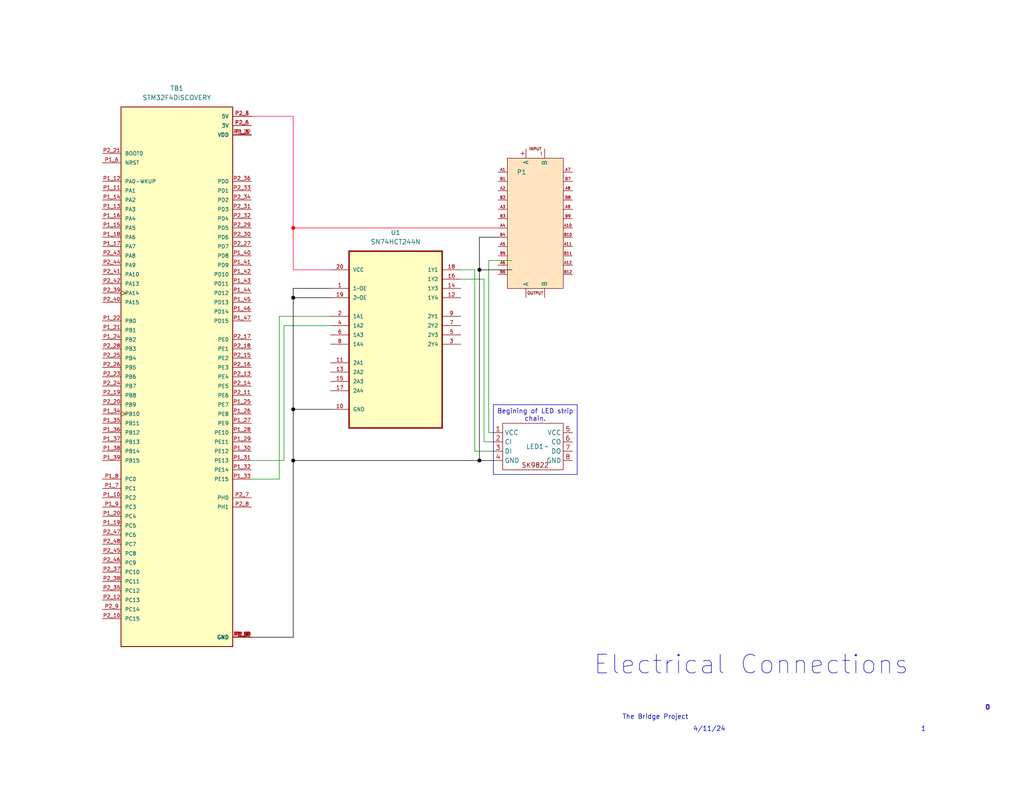
<source format=kicad_sch>
(kicad_sch (version 20231120) (generator "eeschema") (generator_version "8.0")
  (paper "USLetter")
  (lib_symbols
    (symbol "Connector_Generic:2x12_Power_Distro"
      (property "Reference" "P1" (at -5.08 20.32 0))
      (symbol "2x12_Power_Distro_1_1"
        (rectangle (start -7.62 24.13) (end 7.62 -11.43) (fill (type color) (color 255 229 191 1)))
        (text "INPUT" (at 0 26.67 0) (effects (font (size 0.762 0.762))))
        (text "OUTPUT" (at 0 -12.7 0) (effects (font (size 0.762 0.762))))
        (pin output line (at -2.54 -13.97 90) (length 2.54) (name "A") (number ""))
        (pin output line (at 2.54 -13.97 90) (length 2.54) (name "B") (number ""))
        (pin input line (at -2.54 26.67 270) (length 2.54) (name "A") (number "+"))
        (pin input line (at 2.54 26.67 270) (length 2.54) (name "B") (number "-"))
        (pin input line (at -10.16 20.32 0) (length 2.54) (name "") (number "A1"))
        (pin input line (at 10.16 5.08 180) (length 2.54) (name "") (number "A10"))
        (pin input line (at 10.16 0 180) (length 2.54) (name "") (number "A11"))
        (pin input line (at 10.16 -5.08 180) (length 2.54) (name "") (number "A12"))
        (pin input line (at -10.16 15.24 0) (length 2.54) (name "") (number "A2"))
        (pin input line (at -10.16 10.16 0) (length 2.54) (name "") (number "A3"))
        (pin input line (at -10.16 5.08 0) (length 2.54) (name "") (number "A4"))
        (pin input line (at -10.16 0 0) (length 2.54) (name "") (number "A5"))
        (pin input line (at -10.16 -5.08 0) (length 2.54) (name "") (number "A6"))
        (pin input line (at 10.16 20.32 180) (length 2.54) (name "") (number "A7"))
        (pin input line (at 10.16 15.24 180) (length 2.54) (name "") (number "A8"))
        (pin input line (at 10.16 10.16 180) (length 2.54) (name "") (number "A9"))
        (pin input line (at -10.16 17.78 0) (length 2.54) (name "") (number "B1"))
        (pin input line (at 10.16 2.54 180) (length 2.54) (name "") (number "B10"))
        (pin input line (at 10.16 -2.54 180) (length 2.54) (name "") (number "B11"))
        (pin input line (at 10.16 -7.62 180) (length 2.54) (name "") (number "B12"))
        (pin input line (at -10.16 12.7 0) (length 2.54) (name "") (number "B2"))
        (pin input line (at -10.16 7.62 0) (length 2.54) (name "") (number "B3"))
        (pin input line (at -10.16 2.54 0) (length 2.54) (name "") (number "B4"))
        (pin input line (at -10.16 -2.54 0) (length 2.54) (name "") (number "B5"))
        (pin input line (at -10.16 -7.62 0) (length 2.54) (name "") (number "B6"))
        (pin input line (at 10.16 17.78 180) (length 2.54) (name "") (number "B7"))
        (pin input line (at 10.16 12.7 180) (length 2.54) (name "") (number "B8"))
        (pin input line (at 10.16 7.62 180) (length 2.54) (name "") (number "B9"))
      )
    )
    (symbol "Device:SK9822_LED_Strip"
      (property "Reference" "LED1" (at 8.89 1.27 0))
      (property "Value" "~" (at 13.97 1.27 0))
      (symbol "SK9822_LED_Strip_0_1"
        (rectangle (start 2.54 7.62) (end 19.05 -5.08))
      )
      (symbol "SK9822_LED_Strip_1_1"
        (text "SK9822\n" (at 11.43 -3.81 0) (effects (font (size 1.27 1.27))))
        (pin input line (at 0 5.08 0) (length 2.54) (name "VCC") (number "1"))
        (pin input line (at 0 2.54 0) (length 2.54) (name "CI") (number "2"))
        (pin input line (at 0 0 0) (length 2.54) (name "DI") (number "3"))
        (pin input line (at 0 -2.54 0) (length 2.54) (name "GND") (number "4"))
        (pin output line (at 21.59 5.08 180) (length 2.54) (name "VCC") (number "5"))
        (pin output line (at 21.59 2.54 180) (length 2.54) (name "CO") (number "6"))
        (pin output line (at 21.59 0 180) (length 2.54) (name "DO") (number "7"))
        (pin output line (at 21.59 -2.54 180) (length 2.54) (name "GND") (number "8"))
      )
    )
    (symbol "SN74HCT244N:SN74HCT244N" (pin_names (offset 1.016))
      (property "Reference" "U" (at -5.207 22.479 0))
      (property "Value" "SN74HCT244N" (at -6.1468 -31.0134 0))
      (symbol "SN74HCT244N_0_0"
        (rectangle (start -12.7 -27.94) (end 12.7 20.32) (stroke (width 0.4064)) (fill (type background)))
        (pin input line (at -17.78 10.16 0) (length 5.08) (name "1~OE") (number "1"))
        (pin passive line (at -17.78 -22.86 0) (length 5.08) (name "GND") (number "10"))
        (pin input line (at -17.78 -10.16 0) (length 5.08) (name "2A1") (number "11"))
        (pin output line (at 17.78 7.62 180) (length 5.08) (name "1Y4") (number "12"))
        (pin input line (at -17.78 -12.7 0) (length 5.08) (name "2A2") (number "13"))
        (pin output line (at 17.78 10.16 180) (length 5.08) (name "1Y3") (number "14"))
        (pin input line (at -17.78 -15.24 0) (length 5.08) (name "2A3") (number "15"))
        (pin output line (at 17.78 12.7 180) (length 5.08) (name "1Y2") (number "16"))
        (pin input line (at -17.78 -17.78 0) (length 5.08) (name "2A4") (number "17"))
        (pin output line (at 17.78 15.24 180) (length 5.08) (name "1Y1") (number "18"))
        (pin input line (at -17.78 7.62 0) (length 5.08) (name "2~OE") (number "19"))
        (pin input line (at -17.78 2.54 0) (length 5.08) (name "1A1") (number "2"))
        (pin power_in line (at -17.78 15.24 0) (length 5.08) (name "VCC") (number "20"))
        (pin output line (at 17.78 -5.08 180) (length 5.08) (name "2Y4") (number "3"))
        (pin input line (at -17.78 0 0) (length 5.08) (name "1A2") (number "4"))
        (pin output line (at 17.78 -2.54 180) (length 5.08) (name "2Y3") (number "5"))
        (pin input line (at -17.78 -2.54 0) (length 5.08) (name "1A3") (number "6"))
        (pin output line (at 17.78 0 180) (length 5.08) (name "2Y2") (number "7"))
        (pin input line (at -17.78 -5.08 0) (length 5.08) (name "1A4") (number "8"))
        (pin output line (at 17.78 2.54 180) (length 5.08) (name "2Y1") (number "9"))
      )
    )
    (symbol "STM32F4DISCOVERY:STM32F4DISCOVERY" (pin_names (offset 1.016))
      (property "Reference" "TB" (at -15.2416 74.1716 0))
      (property "Value" "STM32F4DISCOVERY" (at -15.2403 -76.2007 0))
      (symbol "STM32F4DISCOVERY_0_0"
        (rectangle (start -15.24 73.66) (end 15.24 -73.66) (stroke (width 0.254)) (fill (type background)))
        (pin power_in line (at 20.32 -71.12 180) (length 5.08) (name "GND") (number "P1_1"))
        (pin bidirectional line (at -20.32 -33.02 0) (length 5.08) (name "PC2") (number "P1_10"))
        (pin bidirectional line (at -20.32 50.8 0) (length 5.08) (name "PA1") (number "P1_11"))
        (pin bidirectional line (at -20.32 53.34 0) (length 5.08) (name "PA0-WKUP") (number "P1_12"))
        (pin bidirectional line (at -20.32 45.72 0) (length 5.08) (name "PA3") (number "P1_13"))
        (pin bidirectional line (at -20.32 48.26 0) (length 5.08) (name "PA2") (number "P1_14"))
        (pin bidirectional line (at -20.32 40.64 0) (length 5.08) (name "PA5") (number "P1_15"))
        (pin bidirectional line (at -20.32 43.18 0) (length 5.08) (name "PA4") (number "P1_16"))
        (pin bidirectional line (at -20.32 35.56 0) (length 5.08) (name "PA7") (number "P1_17"))
        (pin bidirectional line (at -20.32 38.1 0) (length 5.08) (name "PA6") (number "P1_18"))
        (pin bidirectional line (at -20.32 -40.64 0) (length 5.08) (name "PC5") (number "P1_19"))
        (pin power_in line (at 20.32 -71.12 180) (length 5.08) (name "GND") (number "P1_2"))
        (pin bidirectional line (at -20.32 -38.1 0) (length 5.08) (name "PC4") (number "P1_20"))
        (pin bidirectional line (at -20.32 12.7 0) (length 5.08) (name "PB1") (number "P1_21"))
        (pin bidirectional line (at -20.32 15.24 0) (length 5.08) (name "PB0") (number "P1_22"))
        (pin power_in line (at 20.32 -71.12 180) (length 5.08) (name "GND") (number "P1_23"))
        (pin bidirectional line (at -20.32 10.16 0) (length 5.08) (name "PB2") (number "P1_24"))
        (pin bidirectional line (at 20.32 -7.62 180) (length 5.08) (name "PE7") (number "P1_25"))
        (pin bidirectional line (at 20.32 -10.16 180) (length 5.08) (name "PE8") (number "P1_26"))
        (pin bidirectional line (at 20.32 -12.7 180) (length 5.08) (name "PE9") (number "P1_27"))
        (pin bidirectional line (at 20.32 -15.24 180) (length 5.08) (name "PE10") (number "P1_28"))
        (pin bidirectional line (at 20.32 -17.78 180) (length 5.08) (name "PE11") (number "P1_29"))
        (pin power_in line (at 20.32 66.04 180) (length 5.08) (name "VDD") (number "P1_3"))
        (pin bidirectional line (at 20.32 -20.32 180) (length 5.08) (name "PE12") (number "P1_30"))
        (pin bidirectional line (at 20.32 -22.86 180) (length 5.08) (name "PE13") (number "P1_31"))
        (pin bidirectional line (at 20.32 -25.4 180) (length 5.08) (name "PE14") (number "P1_32"))
        (pin bidirectional line (at 20.32 -27.94 180) (length 5.08) (name "PE15") (number "P1_33"))
        (pin bidirectional clock (at -20.32 -10.16 0) (length 5.08) (name "PB10") (number "P1_34"))
        (pin bidirectional line (at -20.32 -12.7 0) (length 5.08) (name "PB11") (number "P1_35"))
        (pin bidirectional line (at -20.32 -15.24 0) (length 5.08) (name "PB12") (number "P1_36"))
        (pin bidirectional line (at -20.32 -17.78 0) (length 5.08) (name "PB13") (number "P1_37"))
        (pin bidirectional line (at -20.32 -20.32 0) (length 5.08) (name "PB14") (number "P1_38"))
        (pin bidirectional line (at -20.32 -22.86 0) (length 5.08) (name "PB15") (number "P1_39"))
        (pin power_in line (at 20.32 66.04 180) (length 5.08) (name "VDD") (number "P1_4"))
        (pin bidirectional line (at 20.32 33.02 180) (length 5.08) (name "PD8") (number "P1_40"))
        (pin bidirectional line (at 20.32 30.48 180) (length 5.08) (name "PD9") (number "P1_41"))
        (pin bidirectional line (at 20.32 27.94 180) (length 5.08) (name "PD10") (number "P1_42"))
        (pin bidirectional line (at 20.32 25.4 180) (length 5.08) (name "PD11") (number "P1_43"))
        (pin bidirectional line (at 20.32 22.86 180) (length 5.08) (name "PD12") (number "P1_44"))
        (pin bidirectional line (at 20.32 20.32 180) (length 5.08) (name "PD13") (number "P1_45"))
        (pin bidirectional line (at 20.32 17.78 180) (length 5.08) (name "PD14") (number "P1_46"))
        (pin bidirectional line (at 20.32 15.24 180) (length 5.08) (name "PD15") (number "P1_47"))
        (pin power_in line (at 20.32 -71.12 180) (length 5.08) (name "GND") (number "P1_49"))
        (pin power_in line (at 20.32 -71.12 180) (length 5.08) (name "GND") (number "P1_5"))
        (pin power_in line (at 20.32 -71.12 180) (length 5.08) (name "GND") (number "P1_50"))
        (pin input line (at -20.32 58.42 0) (length 5.08) (name "NRST") (number "P1_6"))
        (pin bidirectional line (at -20.32 -30.48 0) (length 5.08) (name "PC1") (number "P1_7"))
        (pin bidirectional line (at -20.32 -27.94 0) (length 5.08) (name "PC0") (number "P1_8"))
        (pin bidirectional line (at -20.32 -35.56 0) (length 5.08) (name "PC3") (number "P1_9"))
        (pin power_in line (at 20.32 -71.12 180) (length 5.08) (name "GND") (number "P2_1"))
        (pin bidirectional line (at -20.32 -66.04 0) (length 5.08) (name "PC15") (number "P2_10"))
        (pin bidirectional line (at 20.32 -5.08 180) (length 5.08) (name "PE6") (number "P2_11"))
        (pin bidirectional line (at -20.32 -60.96 0) (length 5.08) (name "PC13") (number "P2_12"))
        (pin bidirectional line (at 20.32 0 180) (length 5.08) (name "PE4") (number "P2_13"))
        (pin bidirectional line (at 20.32 -2.54 180) (length 5.08) (name "PE5") (number "P2_14"))
        (pin bidirectional line (at 20.32 5.08 180) (length 5.08) (name "PE2") (number "P2_15"))
        (pin bidirectional line (at 20.32 2.54 180) (length 5.08) (name "PE3") (number "P2_16"))
        (pin bidirectional line (at 20.32 10.16 180) (length 5.08) (name "PE0") (number "P2_17"))
        (pin bidirectional line (at 20.32 7.62 180) (length 5.08) (name "PE1") (number "P2_18"))
        (pin bidirectional line (at -20.32 -5.08 0) (length 5.08) (name "PB8") (number "P2_19"))
        (pin power_in line (at 20.32 -71.12 180) (length 5.08) (name "GND") (number "P2_2"))
        (pin bidirectional line (at -20.32 -7.62 0) (length 5.08) (name "PB9") (number "P2_20"))
        (pin input line (at -20.32 60.96 0) (length 5.08) (name "BOOT0") (number "P2_21"))
        (pin power_in line (at 20.32 66.04 180) (length 5.08) (name "VDD") (number "P2_22"))
        (pin bidirectional line (at -20.32 0 0) (length 5.08) (name "PB6") (number "P2_23"))
        (pin bidirectional line (at -20.32 -2.54 0) (length 5.08) (name "PB7") (number "P2_24"))
        (pin bidirectional line (at -20.32 5.08 0) (length 5.08) (name "PB4") (number "P2_25"))
        (pin bidirectional line (at -20.32 2.54 0) (length 5.08) (name "PB5") (number "P2_26"))
        (pin bidirectional line (at 20.32 35.56 180) (length 5.08) (name "PD7") (number "P2_27"))
        (pin bidirectional line (at -20.32 7.62 0) (length 5.08) (name "PB3") (number "P2_28"))
        (pin bidirectional line (at 20.32 40.64 180) (length 5.08) (name "PD5") (number "P2_29"))
        (pin power_in line (at 20.32 71.12 180) (length 5.08) (name "5V") (number "P2_3"))
        (pin bidirectional line (at 20.32 38.1 180) (length 5.08) (name "PD6") (number "P2_30"))
        (pin bidirectional line (at 20.32 45.72 180) (length 5.08) (name "PD3") (number "P2_31"))
        (pin bidirectional line (at 20.32 43.18 180) (length 5.08) (name "PD4") (number "P2_32"))
        (pin bidirectional line (at 20.32 50.8 180) (length 5.08) (name "PD1") (number "P2_33"))
        (pin bidirectional line (at 20.32 48.26 180) (length 5.08) (name "PD2") (number "P2_34"))
        (pin bidirectional line (at -20.32 -58.42 0) (length 5.08) (name "PC12") (number "P2_35"))
        (pin bidirectional line (at 20.32 53.34 180) (length 5.08) (name "PD0") (number "P2_36"))
        (pin bidirectional line (at -20.32 -53.34 0) (length 5.08) (name "PC10") (number "P2_37"))
        (pin bidirectional line (at -20.32 -55.88 0) (length 5.08) (name "PC11") (number "P2_38"))
        (pin bidirectional clock (at -20.32 22.86 0) (length 5.08) (name "PA14") (number "P2_39"))
        (pin power_in line (at 20.32 71.12 180) (length 5.08) (name "5V") (number "P2_4"))
        (pin bidirectional line (at -20.32 20.32 0) (length 5.08) (name "PA15") (number "P2_40"))
        (pin bidirectional line (at -20.32 27.94 0) (length 5.08) (name "PA10") (number "P2_41"))
        (pin bidirectional line (at -20.32 25.4 0) (length 5.08) (name "PA13") (number "P2_42"))
        (pin bidirectional line (at -20.32 33.02 0) (length 5.08) (name "PA8") (number "P2_43"))
        (pin bidirectional line (at -20.32 30.48 0) (length 5.08) (name "PA9") (number "P2_44"))
        (pin bidirectional line (at -20.32 -48.26 0) (length 5.08) (name "PC8") (number "P2_45"))
        (pin bidirectional line (at -20.32 -50.8 0) (length 5.08) (name "PC9") (number "P2_46"))
        (pin bidirectional line (at -20.32 -43.18 0) (length 5.08) (name "PC6") (number "P2_47"))
        (pin bidirectional line (at -20.32 -45.72 0) (length 5.08) (name "PC7") (number "P2_48"))
        (pin power_in line (at 20.32 -71.12 180) (length 5.08) (name "GND") (number "P2_49"))
        (pin power_in line (at 20.32 68.58 180) (length 5.08) (name "3V") (number "P2_5"))
        (pin power_in line (at 20.32 -71.12 180) (length 5.08) (name "GND") (number "P2_50"))
        (pin power_in line (at 20.32 68.58 180) (length 5.08) (name "3V") (number "P2_6"))
        (pin bidirectional line (at 20.32 -33.02 180) (length 5.08) (name "PH0") (number "P2_7"))
        (pin bidirectional line (at 20.32 -35.56 180) (length 5.08) (name "PH1") (number "P2_8"))
        (pin bidirectional line (at -20.32 -63.5 0) (length 5.08) (name "PC14") (number "P2_9"))
      )
    )
  )
  (junction (at 80.01 62.23) (color 255 0 0 1))
  (junction (at 80.01 81.28) (color 0 0 0 1))
  (junction (at 130.81 125.73) (color 0 0 0 1))
  (junction (at 80.01 125.73) (color 0 0 0 1))
  (junction (at 130.81 73.66) (color 0 0 0 1))
  (junction (at 80.01 111.76) (color 0 0 0 1))
  (wire (pts (xy 68.58 125.73) (xy 77.47 125.73)))
  (wire (pts (xy 130.81 125.73) (xy 134.62 125.73)) (stroke (width 0) (color 0 0 0 1)))
  (wire (pts (xy 125.73 76.2) (xy 132.08 76.2)))
  (wire (pts (xy 80.01 111.76) (xy 90.17 111.76)) (stroke (width 0) (color 0 0 0 1)))
  (wire (pts (xy 76.2 130.81) (xy 76.2 86.36)))
  (wire (pts (xy 132.08 120.65) (xy 134.62 120.65)))
  (wire (pts (xy 139.7 71.12) (xy 133.35 71.12)))
  (wire (pts (xy 135.89 64.77) (xy 130.81 64.77)) (stroke (width 0) (color 0 0 0 1)))
  (wire (pts (xy 90.17 73.66) (xy 80.01 73.66)) (stroke (width 0) (color 255 0 50 1)))
  (wire (pts (xy 129.54 123.19) (xy 134.62 123.19)))
  (wire (pts (xy 68.58 31.75) (xy 80.01 31.75)) (stroke (width 0) (color 255 0 50 1)))
  (wire (pts (xy 68.58 173.99) (xy 80.01 173.99)) (stroke (width 0) (color 0 0 0 1)))
  (wire (pts (xy 80.01 173.99) (xy 80.01 125.73)) (stroke (width 0) (color 0 0 0 1)))
  (wire (pts (xy 80.01 62.23) (xy 135.89 62.23)) (stroke (width 0) (color 255 0 0 1)))
  (wire (pts (xy 80.01 78.74) (xy 80.01 81.28)) (stroke (width 0) (color 0 0 0 1)))
  (wire (pts (xy 80.01 73.66) (xy 80.01 62.23)) (stroke (width 0) (color 255 0 50 1)))
  (wire (pts (xy 80.01 81.28) (xy 80.01 111.76)) (stroke (width 0) (color 0 0 0 1)))
  (wire (pts (xy 80.01 125.73) (xy 130.81 125.73)) (stroke (width 0) (color 0 0 0 1)))
  (wire (pts (xy 133.35 71.12) (xy 133.35 118.11)))
  (wire (pts (xy 90.17 78.74) (xy 80.01 78.74)) (stroke (width 0) (color 0 0 0 1)))
  (wire (pts (xy 77.47 88.9) (xy 90.17 88.9)))
  (wire (pts (xy 77.47 125.73) (xy 77.47 88.9)))
  (wire (pts (xy 76.2 86.36) (xy 90.17 86.36)))
  (wire (pts (xy 132.08 76.2) (xy 132.08 120.65)))
  (wire (pts (xy 125.73 73.66) (xy 129.54 73.66)))
  (wire (pts (xy 80.01 125.73) (xy 80.01 111.76)) (stroke (width 0) (color 0 0 0 1)))
  (wire (pts (xy 133.35 118.11) (xy 134.62 118.11)))
  (wire (pts (xy 139.7 73.66) (xy 130.81 73.66)) (stroke (width 0) (color 0 0 0 1)))
  (wire (pts (xy 80.01 62.23) (xy 80.01 31.75)) (stroke (width 0) (color 255 0 50 1)))
  (wire (pts (xy 80.01 81.28) (xy 90.17 81.28)) (stroke (width 0) (color 0 0 0 1)))
  (wire (pts (xy 130.81 73.66) (xy 130.81 125.73)) (stroke (width 0) (color 0 0 0 1)))
  (wire (pts (xy 129.54 73.66) (xy 129.54 123.19)))
  (wire (pts (xy 130.81 64.77) (xy 130.81 73.66)) (stroke (width 0) (color 0 0 0 1)))
  (wire (pts (xy 68.58 130.81) (xy 76.2 130.81)))
  (text_box "Begining of LED strip chain." (at 134.62 110.49 0) (size 22.86 19.05) (effects (font (size 1.27 1.27)) (justify top)))
  (text "4/11/24" (at 193.548 199.136 0) (effects (font (size 1.27 1.27))))
  (text "The Bridge Project" (at 178.816 195.834 0) (effects (font (size 1.27 1.27))))
  (text "0" (at 269.494 193.294 0) (effects (font (size 1.27 1.27) (thickness 0.254) (bold yes))))
  (text "1" (at 251.968 199.136 0) (effects (font (size 1.27 1.27))))
  (text "Electrical Connections" (at 204.978 181.61 0) (effects (font (size 5.08 5.08))))
  (symbol (lib_id "Device:SK9822_LED_Strip") (at 134.62 123.19 0) (unit 1)
    (property "Reference" "LED1" (at 143.51 121.92 0) (effects (justify left)))
    (property "Value" "~" (at 148.59 121.92 0) (effects (justify left)))
  )
  (symbol (lib_id "Connector_Generic:2x12_Power_Distro") (at 146.05 67.31 0) (unit 1)
    (property "Reference" "P1" (at 140.97 46.99 0) (effects (justify left)))
  )
  (symbol (lib_id "STM32F4DISCOVERY:STM32F4DISCOVERY") (at 48.26 102.87 0) (unit 1)
    (property "Reference" "TB1" (at 48.26 24.13 0))
    (property "Value" "STM32F4DISCOVERY" (at 48.26 26.67 0))
    (property "Footprint" "STM32F4DISCOVERY:MODULE_STM32F4DISCOVERY" (effects (hide yes)))
    (property "DigiKey_Part_Number" "497-11455-ND" (effects (hide yes)))
    (property "MF" "STMicroelectronics" (effects (hide yes)))
    (property "Description_1" "\nSTM32F407VGT6 Discovery STM32F4 ARM® Cortex®-M4 MCU 32-Bit Embedded Evaluation Board\n" (effects (hide yes)))
    (property "Package" "None" (effects (hide yes)))
    (property "STANDARD" "Manufacturer Recommendations" (effects (hide yes)))
    (property "PARTREV" "6" (effects (hide yes)))
    (property "SnapEDA_Link" "https://www.snapeda.com/parts/STM32F4DISCOVERY/STMicroelectronics/view-part/?ref=snap" (effects (hide yes)))
    (property "MP" "STM32F4DISCOVERY" (effects (hide yes)))
    (property "Check_prices" "https://www.snapeda.com/parts/STM32F4DISCOVERY/STMicroelectronics/view-part/?ref=eda" (effects (hide yes)))
  )
  (symbol (lib_id "SN74HCT244N:SN74HCT244N") (at 107.95 88.9 0) (unit 1)
    (property "Reference" "U1" (at 107.95 63.5 0))
    (property "Value" "SN74HCT244N" (at 107.95 66.04 0))
    (property "Footprint" "SN74HCT244N:DIP254P762X508-20" (effects (hide yes)))
    (property "DigiKey_Part_Number" "2156-SN74HCT244N-ND" (effects (hide yes)))
    (property "SnapEDA_Link" "https://www.snapeda.com/parts/SN74HCT244N/Texas+Instruments/view-part/?ref=snap" (effects (hide yes)))
    (property "Description_1" "\nEight-channel 4.5-V to 5.5-V buffers with TTL-compatible CMOS inputs and tri-state outputs\n" (effects (hide yes)))
    (property "PACKAGE" "20-DIP" (effects (hide yes)))
    (property "MPN" "SN74HCT244N" (effects (hide yes)))
    (property "Package" "PDIP-20 Texas Instruments" (effects (hide yes)))
    (property "OC_FARNELL" "1470754" (effects (hide yes)))
    (property "MF" "Texas Instruments" (effects (hide yes)))
    (property "MP" "SN74HCT244N" (effects (hide yes)))
    (property "SUPPLIER" "Texas Instruments" (effects (hide yes)))
    (property "OC_NEWARK" "60K6808" (effects (hide yes)))
    (property "Check_prices" "https://www.snapeda.com/parts/SN74HCT244N/Texas+Instruments/view-part/?ref=eda" (effects (hide yes)))
  )
)
</source>
